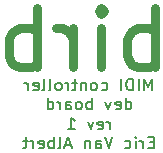
<source format=gbr>
%TF.GenerationSoftware,KiCad,Pcbnew,(6.0.5)*%
%TF.CreationDate,2022-05-22T23:21:51-04:00*%
%TF.ProjectId,controller,636f6e74-726f-46c6-9c65-722e6b696361,rev?*%
%TF.SameCoordinates,Original*%
%TF.FileFunction,Legend,Bot*%
%TF.FilePolarity,Positive*%
%FSLAX46Y46*%
G04 Gerber Fmt 4.6, Leading zero omitted, Abs format (unit mm)*
G04 Created by KiCad (PCBNEW (6.0.5)) date 2022-05-22 23:21:51*
%MOMM*%
%LPD*%
G01*
G04 APERTURE LIST*
%ADD10C,0.150000*%
%ADD11C,0.200000*%
%ADD12C,0.800000*%
G04 APERTURE END LIST*
D10*
X116546095Y-87531380D02*
X116546095Y-86864714D01*
X116546095Y-87055190D02*
X116498476Y-86959952D01*
X116450857Y-86912333D01*
X116355619Y-86864714D01*
X116260380Y-86864714D01*
X115546095Y-87483761D02*
X115641333Y-87531380D01*
X115831809Y-87531380D01*
X115927047Y-87483761D01*
X115974666Y-87388523D01*
X115974666Y-87007571D01*
X115927047Y-86912333D01*
X115831809Y-86864714D01*
X115641333Y-86864714D01*
X115546095Y-86912333D01*
X115498476Y-87007571D01*
X115498476Y-87102809D01*
X115974666Y-87198047D01*
X115165142Y-86864714D02*
X114927047Y-87531380D01*
X114688952Y-86864714D01*
X113022285Y-87531380D02*
X113593714Y-87531380D01*
X113308000Y-87531380D02*
X113308000Y-86531380D01*
X113403238Y-86674238D01*
X113498476Y-86769476D01*
X113593714Y-86817095D01*
X120260380Y-88617571D02*
X119927047Y-88617571D01*
X119784190Y-89141380D02*
X120260380Y-89141380D01*
X120260380Y-88141380D01*
X119784190Y-88141380D01*
X119355619Y-89141380D02*
X119355619Y-88474714D01*
X119355619Y-88665190D02*
X119308000Y-88569952D01*
X119260380Y-88522333D01*
X119165142Y-88474714D01*
X119069904Y-88474714D01*
X118736571Y-89141380D02*
X118736571Y-88474714D01*
X118736571Y-88141380D02*
X118784190Y-88189000D01*
X118736571Y-88236619D01*
X118688952Y-88189000D01*
X118736571Y-88141380D01*
X118736571Y-88236619D01*
X117831809Y-89093761D02*
X117927047Y-89141380D01*
X118117523Y-89141380D01*
X118212761Y-89093761D01*
X118260380Y-89046142D01*
X118308000Y-88950904D01*
X118308000Y-88665190D01*
X118260380Y-88569952D01*
X118212761Y-88522333D01*
X118117523Y-88474714D01*
X117927047Y-88474714D01*
X117831809Y-88522333D01*
X116784190Y-88141380D02*
X116450857Y-89141380D01*
X116117523Y-88141380D01*
X115355619Y-89141380D02*
X115355619Y-88617571D01*
X115403238Y-88522333D01*
X115498476Y-88474714D01*
X115688952Y-88474714D01*
X115784190Y-88522333D01*
X115355619Y-89093761D02*
X115450857Y-89141380D01*
X115688952Y-89141380D01*
X115784190Y-89093761D01*
X115831809Y-88998523D01*
X115831809Y-88903285D01*
X115784190Y-88808047D01*
X115688952Y-88760428D01*
X115450857Y-88760428D01*
X115355619Y-88712809D01*
X114879428Y-88474714D02*
X114879428Y-89141380D01*
X114879428Y-88569952D02*
X114831809Y-88522333D01*
X114736571Y-88474714D01*
X114593714Y-88474714D01*
X114498476Y-88522333D01*
X114450857Y-88617571D01*
X114450857Y-89141380D01*
X113260380Y-88855666D02*
X112784190Y-88855666D01*
X113355619Y-89141380D02*
X113022285Y-88141380D01*
X112688952Y-89141380D01*
X112212761Y-89141380D02*
X112308000Y-89093761D01*
X112355619Y-88998523D01*
X112355619Y-88141380D01*
X111831809Y-89141380D02*
X111831809Y-88141380D01*
X111831809Y-88522333D02*
X111736571Y-88474714D01*
X111546095Y-88474714D01*
X111450857Y-88522333D01*
X111403238Y-88569952D01*
X111355619Y-88665190D01*
X111355619Y-88950904D01*
X111403238Y-89046142D01*
X111450857Y-89093761D01*
X111546095Y-89141380D01*
X111736571Y-89141380D01*
X111831809Y-89093761D01*
X110546095Y-89093761D02*
X110641333Y-89141380D01*
X110831809Y-89141380D01*
X110927047Y-89093761D01*
X110974666Y-88998523D01*
X110974666Y-88617571D01*
X110927047Y-88522333D01*
X110831809Y-88474714D01*
X110641333Y-88474714D01*
X110546095Y-88522333D01*
X110498476Y-88617571D01*
X110498476Y-88712809D01*
X110974666Y-88808047D01*
X110069904Y-89141380D02*
X110069904Y-88474714D01*
X110069904Y-88665190D02*
X110022285Y-88569952D01*
X109974666Y-88522333D01*
X109879428Y-88474714D01*
X109784190Y-88474714D01*
X109593714Y-88474714D02*
X109212761Y-88474714D01*
X109450857Y-88141380D02*
X109450857Y-88998523D01*
X109403238Y-89093761D01*
X109308000Y-89141380D01*
X109212761Y-89141380D01*
D11*
X120141333Y-84229380D02*
X120141333Y-83229380D01*
X119808000Y-83943666D01*
X119474666Y-83229380D01*
X119474666Y-84229380D01*
X118998476Y-84229380D02*
X118998476Y-83229380D01*
X118522285Y-84229380D02*
X118522285Y-83229380D01*
X118284190Y-83229380D01*
X118141333Y-83277000D01*
X118046095Y-83372238D01*
X117998476Y-83467476D01*
X117950857Y-83657952D01*
X117950857Y-83800809D01*
X117998476Y-83991285D01*
X118046095Y-84086523D01*
X118141333Y-84181761D01*
X118284190Y-84229380D01*
X118522285Y-84229380D01*
X117522285Y-84229380D02*
X117522285Y-83229380D01*
X115855619Y-84181761D02*
X115950857Y-84229380D01*
X116141333Y-84229380D01*
X116236571Y-84181761D01*
X116284190Y-84134142D01*
X116331809Y-84038904D01*
X116331809Y-83753190D01*
X116284190Y-83657952D01*
X116236571Y-83610333D01*
X116141333Y-83562714D01*
X115950857Y-83562714D01*
X115855619Y-83610333D01*
X115284190Y-84229380D02*
X115379428Y-84181761D01*
X115427047Y-84134142D01*
X115474666Y-84038904D01*
X115474666Y-83753190D01*
X115427047Y-83657952D01*
X115379428Y-83610333D01*
X115284190Y-83562714D01*
X115141333Y-83562714D01*
X115046095Y-83610333D01*
X114998476Y-83657952D01*
X114950857Y-83753190D01*
X114950857Y-84038904D01*
X114998476Y-84134142D01*
X115046095Y-84181761D01*
X115141333Y-84229380D01*
X115284190Y-84229380D01*
X114522285Y-83562714D02*
X114522285Y-84229380D01*
X114522285Y-83657952D02*
X114474666Y-83610333D01*
X114379428Y-83562714D01*
X114236571Y-83562714D01*
X114141333Y-83610333D01*
X114093714Y-83705571D01*
X114093714Y-84229380D01*
X113760380Y-83562714D02*
X113379428Y-83562714D01*
X113617523Y-83229380D02*
X113617523Y-84086523D01*
X113569904Y-84181761D01*
X113474666Y-84229380D01*
X113379428Y-84229380D01*
X113046095Y-84229380D02*
X113046095Y-83562714D01*
X113046095Y-83753190D02*
X112998476Y-83657952D01*
X112950857Y-83610333D01*
X112855619Y-83562714D01*
X112760380Y-83562714D01*
X112284190Y-84229380D02*
X112379428Y-84181761D01*
X112427047Y-84134142D01*
X112474666Y-84038904D01*
X112474666Y-83753190D01*
X112427047Y-83657952D01*
X112379428Y-83610333D01*
X112284190Y-83562714D01*
X112141333Y-83562714D01*
X112046095Y-83610333D01*
X111998476Y-83657952D01*
X111950857Y-83753190D01*
X111950857Y-84038904D01*
X111998476Y-84134142D01*
X112046095Y-84181761D01*
X112141333Y-84229380D01*
X112284190Y-84229380D01*
X111379428Y-84229380D02*
X111474666Y-84181761D01*
X111522285Y-84086523D01*
X111522285Y-83229380D01*
X110855619Y-84229380D02*
X110950857Y-84181761D01*
X110998476Y-84086523D01*
X110998476Y-83229380D01*
X110093714Y-84181761D02*
X110188952Y-84229380D01*
X110379428Y-84229380D01*
X110474666Y-84181761D01*
X110522285Y-84086523D01*
X110522285Y-83705571D01*
X110474666Y-83610333D01*
X110379428Y-83562714D01*
X110188952Y-83562714D01*
X110093714Y-83610333D01*
X110046095Y-83705571D01*
X110046095Y-83800809D01*
X110522285Y-83896047D01*
X109617523Y-84229380D02*
X109617523Y-83562714D01*
X109617523Y-83753190D02*
X109569904Y-83657952D01*
X109522285Y-83610333D01*
X109427047Y-83562714D01*
X109331809Y-83562714D01*
X117903238Y-85839380D02*
X117903238Y-84839380D01*
X117903238Y-85791761D02*
X117998476Y-85839380D01*
X118188952Y-85839380D01*
X118284190Y-85791761D01*
X118331809Y-85744142D01*
X118379428Y-85648904D01*
X118379428Y-85363190D01*
X118331809Y-85267952D01*
X118284190Y-85220333D01*
X118188952Y-85172714D01*
X117998476Y-85172714D01*
X117903238Y-85220333D01*
X117046095Y-85791761D02*
X117141333Y-85839380D01*
X117331809Y-85839380D01*
X117427047Y-85791761D01*
X117474666Y-85696523D01*
X117474666Y-85315571D01*
X117427047Y-85220333D01*
X117331809Y-85172714D01*
X117141333Y-85172714D01*
X117046095Y-85220333D01*
X116998476Y-85315571D01*
X116998476Y-85410809D01*
X117474666Y-85506047D01*
X116665142Y-85172714D02*
X116427047Y-85839380D01*
X116188952Y-85172714D01*
X115046095Y-85839380D02*
X115046095Y-84839380D01*
X115046095Y-85220333D02*
X114950857Y-85172714D01*
X114760380Y-85172714D01*
X114665142Y-85220333D01*
X114617523Y-85267952D01*
X114569904Y-85363190D01*
X114569904Y-85648904D01*
X114617523Y-85744142D01*
X114665142Y-85791761D01*
X114760380Y-85839380D01*
X114950857Y-85839380D01*
X115046095Y-85791761D01*
X113998476Y-85839380D02*
X114093714Y-85791761D01*
X114141333Y-85744142D01*
X114188952Y-85648904D01*
X114188952Y-85363190D01*
X114141333Y-85267952D01*
X114093714Y-85220333D01*
X113998476Y-85172714D01*
X113855619Y-85172714D01*
X113760380Y-85220333D01*
X113712761Y-85267952D01*
X113665142Y-85363190D01*
X113665142Y-85648904D01*
X113712761Y-85744142D01*
X113760380Y-85791761D01*
X113855619Y-85839380D01*
X113998476Y-85839380D01*
X112808000Y-85839380D02*
X112808000Y-85315571D01*
X112855619Y-85220333D01*
X112950857Y-85172714D01*
X113141333Y-85172714D01*
X113236571Y-85220333D01*
X112808000Y-85791761D02*
X112903238Y-85839380D01*
X113141333Y-85839380D01*
X113236571Y-85791761D01*
X113284190Y-85696523D01*
X113284190Y-85601285D01*
X113236571Y-85506047D01*
X113141333Y-85458428D01*
X112903238Y-85458428D01*
X112808000Y-85410809D01*
X112331809Y-85839380D02*
X112331809Y-85172714D01*
X112331809Y-85363190D02*
X112284190Y-85267952D01*
X112236571Y-85220333D01*
X112141333Y-85172714D01*
X112046095Y-85172714D01*
X111284190Y-85839380D02*
X111284190Y-84839380D01*
X111284190Y-85791761D02*
X111379428Y-85839380D01*
X111569904Y-85839380D01*
X111665142Y-85791761D01*
X111712761Y-85744142D01*
X111760380Y-85648904D01*
X111760380Y-85363190D01*
X111712761Y-85267952D01*
X111665142Y-85220333D01*
X111569904Y-85172714D01*
X111379428Y-85172714D01*
X111284190Y-85220333D01*
D12*
X120371428Y-82271904D02*
X120371428Y-77271904D01*
X120371428Y-79176666D02*
X119895238Y-78938571D01*
X118942857Y-78938571D01*
X118466666Y-79176666D01*
X118228571Y-79414761D01*
X117990476Y-79890952D01*
X117990476Y-81319523D01*
X118228571Y-81795714D01*
X118466666Y-82033809D01*
X118942857Y-82271904D01*
X119895238Y-82271904D01*
X120371428Y-82033809D01*
X115847619Y-82271904D02*
X115847619Y-78938571D01*
X115847619Y-77271904D02*
X116085714Y-77510000D01*
X115847619Y-77748095D01*
X115609523Y-77510000D01*
X115847619Y-77271904D01*
X115847619Y-77748095D01*
X113466666Y-82271904D02*
X113466666Y-78938571D01*
X113466666Y-79890952D02*
X113228571Y-79414761D01*
X112990476Y-79176666D01*
X112514285Y-78938571D01*
X112038095Y-78938571D01*
X110371428Y-82271904D02*
X110371428Y-77271904D01*
X110371428Y-79176666D02*
X109895238Y-78938571D01*
X108942857Y-78938571D01*
X108466666Y-79176666D01*
X108228571Y-79414761D01*
X107990476Y-79890952D01*
X107990476Y-81319523D01*
X108228571Y-81795714D01*
X108466666Y-82033809D01*
X108942857Y-82271904D01*
X109895238Y-82271904D01*
X110371428Y-82033809D01*
M02*

</source>
